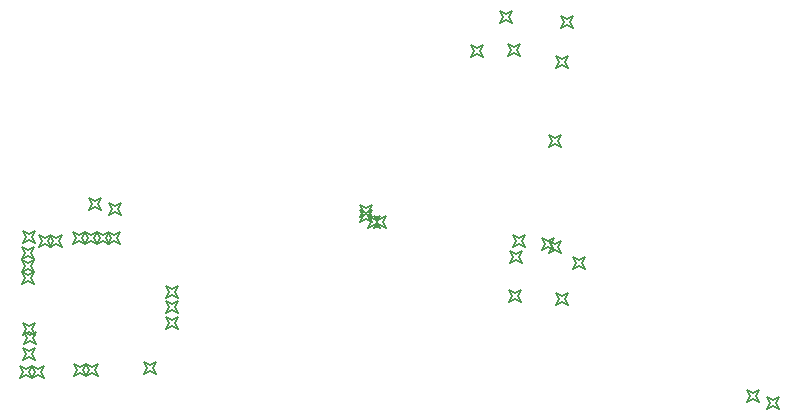
<source format=gbr>
%TF.GenerationSoftware,Altium Limited,Altium Designer,22.6.1 (34)*%
G04 Layer_Color=2752767*
%FSLAX45Y45*%
%MOMM*%
%TF.SameCoordinates,07F994AE-BB1C-4BEA-A643-928B9DFDCC76*%
%TF.FilePolarity,Positive*%
%TF.FileFunction,Drawing*%
%TF.Part,Single*%
G01*
G75*
%TA.AperFunction,NonConductor*%
%ADD191C,0.12700*%
D191*
X4076700Y2373575D02*
X4102100Y2424375D01*
X4076700Y2475175D01*
X4127500Y2449775D01*
X4178300Y2475175D01*
X4152900Y2424375D01*
X4178300Y2373575D01*
X4127500Y2398975D01*
X4076700Y2373575D01*
X4027950D02*
X4053350Y2424375D01*
X4027950Y2475175D01*
X4078750Y2449775D01*
X4129550Y2475175D01*
X4104150Y2424375D01*
X4129550Y2373575D01*
X4078750Y2398975D01*
X4027950Y2373575D01*
X3962950Y2422325D02*
X3988350Y2473125D01*
X3962950Y2523925D01*
X4013750Y2498525D01*
X4064550Y2523925D01*
X4039150Y2473125D01*
X4064550Y2422325D01*
X4013750Y2447725D01*
X3962950Y2422325D01*
Y2462950D02*
X3988350Y2513750D01*
X3962950Y2564550D01*
X4013750Y2539150D01*
X4064550Y2564550D01*
X4039150Y2513750D01*
X4064550Y2462950D01*
X4013750Y2488350D01*
X3962950Y2462950D01*
X5759200Y2029200D02*
X5784600Y2080000D01*
X5759200Y2130800D01*
X5810000Y2105400D01*
X5860800Y2130800D01*
X5835400Y2080000D01*
X5860800Y2029200D01*
X5810000Y2054600D01*
X5759200Y2029200D01*
X1109200Y1254200D02*
X1134600Y1305000D01*
X1109200Y1355800D01*
X1160000Y1330400D01*
X1210800Y1355800D01*
X1185400Y1305000D01*
X1210800Y1254200D01*
X1160000Y1279600D01*
X1109200Y1254200D01*
X1114200Y1394200D02*
X1139600Y1445000D01*
X1114200Y1495800D01*
X1165000Y1470400D01*
X1215800Y1495800D01*
X1190400Y1445000D01*
X1215800Y1394200D01*
X1165000Y1419600D01*
X1114200Y1394200D01*
X1179200Y1099200D02*
X1204600Y1150000D01*
X1179200Y1200800D01*
X1230000Y1175400D01*
X1280800Y1200800D01*
X1255400Y1150000D01*
X1280800Y1099200D01*
X1230000Y1124600D01*
X1179200Y1099200D01*
X1079200D02*
X1104600Y1150000D01*
X1079200Y1200800D01*
X1130000Y1175400D01*
X1180800Y1200800D01*
X1155400Y1150000D01*
X1180800Y1099200D01*
X1130000Y1124600D01*
X1079200Y1099200D01*
X1834200Y2484200D02*
X1859600Y2535000D01*
X1834200Y2585800D01*
X1885000Y2560400D01*
X1935800Y2585800D01*
X1910400Y2535000D01*
X1935800Y2484200D01*
X1885000Y2509600D01*
X1834200Y2484200D01*
X1669200Y2524200D02*
X1694600Y2575000D01*
X1669200Y2625800D01*
X1720000Y2600400D01*
X1770800Y2625800D01*
X1745400Y2575000D01*
X1770800Y2524200D01*
X1720000Y2549600D01*
X1669200Y2524200D01*
X5619200Y1719200D02*
X5644600Y1770000D01*
X5619200Y1820800D01*
X5670000Y1795400D01*
X5720800Y1820800D01*
X5695400Y1770000D01*
X5720800Y1719200D01*
X5670000Y1744600D01*
X5619200Y1719200D01*
X5499200Y2189200D02*
X5524600Y2240000D01*
X5499200Y2290800D01*
X5550000Y2265400D01*
X5600800Y2290800D01*
X5575400Y2240000D01*
X5600800Y2189200D01*
X5550000Y2214600D01*
X5499200Y2189200D01*
X5556999Y2156999D02*
X5582399Y2207799D01*
X5556999Y2258599D01*
X5607799Y2233199D01*
X5658599Y2258599D01*
X5633199Y2207799D01*
X5658599Y2156999D01*
X5607799Y2182399D01*
X5556999Y2156999D01*
X7239200Y899200D02*
X7264600Y950000D01*
X7239200Y1000800D01*
X7290000Y975400D01*
X7340800Y1000800D01*
X7315400Y950000D01*
X7340800Y899200D01*
X7290000Y924600D01*
X7239200Y899200D01*
X7407813Y837813D02*
X7433213Y888613D01*
X7407813Y939413D01*
X7458613Y914013D01*
X7509413Y939413D01*
X7484013Y888613D01*
X7509413Y837813D01*
X7458613Y863213D01*
X7407813Y837813D01*
X5259200Y2209200D02*
X5284600Y2260000D01*
X5259200Y2310800D01*
X5310000Y2285400D01*
X5360800Y2310800D01*
X5335400Y2260000D01*
X5360800Y2209200D01*
X5310000Y2234600D01*
X5259200Y2209200D01*
X5229200Y2079200D02*
X5254600Y2130000D01*
X5229200Y2180800D01*
X5280000Y2155400D01*
X5330800Y2180800D01*
X5305400Y2130000D01*
X5330800Y2079200D01*
X5280000Y2104600D01*
X5229200Y2079200D01*
X5219200Y1749200D02*
X5244600Y1800000D01*
X5219200Y1850800D01*
X5270000Y1825400D01*
X5320800Y1850800D01*
X5295400Y1800000D01*
X5320800Y1749200D01*
X5270000Y1774600D01*
X5219200Y1749200D01*
X5659678Y4065450D02*
X5685078Y4116250D01*
X5659678Y4167050D01*
X5710478Y4141650D01*
X5761278Y4167050D01*
X5735878Y4116250D01*
X5761278Y4065450D01*
X5710478Y4090850D01*
X5659678Y4065450D01*
X5619200Y3729200D02*
X5644600Y3780000D01*
X5619200Y3830800D01*
X5670000Y3805400D01*
X5720800Y3830800D01*
X5695400Y3780000D01*
X5720800Y3729200D01*
X5670000Y3754600D01*
X5619200Y3729200D01*
X1109200Y1464200D02*
X1134600Y1515000D01*
X1109200Y1565800D01*
X1160000Y1540400D01*
X1210800Y1565800D01*
X1185400Y1515000D01*
X1210800Y1464200D01*
X1160000Y1489600D01*
X1109200Y1464200D01*
X1639200Y1119200D02*
X1664600Y1170000D01*
X1639200Y1220800D01*
X1690000Y1195400D01*
X1740800Y1220800D01*
X1715400Y1170000D01*
X1740800Y1119200D01*
X1690000Y1144600D01*
X1639200Y1119200D01*
X1539200D02*
X1564600Y1170000D01*
X1539200Y1220800D01*
X1590000Y1195400D01*
X1640800Y1220800D01*
X1615400Y1170000D01*
X1640800Y1119200D01*
X1590000Y1144600D01*
X1539200Y1119200D01*
X1239200Y2214200D02*
X1264600Y2265000D01*
X1239200Y2315800D01*
X1290000Y2290400D01*
X1340800Y2315800D01*
X1315400Y2265000D01*
X1340800Y2214200D01*
X1290000Y2239600D01*
X1239200Y2214200D01*
X1339200D02*
X1364600Y2265000D01*
X1339200Y2315800D01*
X1390000Y2290400D01*
X1440800Y2315800D01*
X1415400Y2265000D01*
X1440800Y2214200D01*
X1390000Y2239600D01*
X1339200Y2214200D01*
X1094200Y2109200D02*
X1119600Y2160000D01*
X1094200Y2210800D01*
X1145000Y2185400D01*
X1195800Y2210800D01*
X1170400Y2160000D01*
X1195800Y2109200D01*
X1145000Y2134600D01*
X1094200Y2109200D01*
Y1999200D02*
X1119600Y2050000D01*
X1094200Y2100800D01*
X1145000Y2075400D01*
X1195800Y2100800D01*
X1170400Y2050000D01*
X1195800Y1999200D01*
X1145000Y2024600D01*
X1094200Y1999200D01*
Y1899200D02*
X1119600Y1950000D01*
X1094200Y2000800D01*
X1145000Y1975400D01*
X1195800Y2000800D01*
X1170400Y1950000D01*
X1195800Y1899200D01*
X1145000Y1924600D01*
X1094200Y1899200D01*
X1109200Y2244200D02*
X1134600Y2295000D01*
X1109200Y2345800D01*
X1160000Y2320400D01*
X1210800Y2345800D01*
X1185400Y2295000D01*
X1210800Y2244200D01*
X1160000Y2269600D01*
X1109200Y2244200D01*
X5149200Y4109200D02*
X5174600Y4160000D01*
X5149200Y4210800D01*
X5200000Y4185400D01*
X5250800Y4210800D01*
X5225400Y4160000D01*
X5250800Y4109200D01*
X5200000Y4134600D01*
X5149200Y4109200D01*
X2319200Y1779200D02*
X2344600Y1830000D01*
X2319200Y1880800D01*
X2370000Y1855400D01*
X2420800Y1880800D01*
X2395400Y1830000D01*
X2420800Y1779200D01*
X2370000Y1804600D01*
X2319200Y1779200D01*
Y1649200D02*
X2344600Y1700000D01*
X2319200Y1750800D01*
X2370000Y1725400D01*
X2420800Y1750800D01*
X2395400Y1700000D01*
X2420800Y1649200D01*
X2370000Y1674600D01*
X2319200Y1649200D01*
Y1519200D02*
X2344600Y1570000D01*
X2319200Y1620800D01*
X2370000Y1595400D01*
X2420800Y1620800D01*
X2395400Y1570000D01*
X2420800Y1519200D01*
X2370000Y1544600D01*
X2319200Y1519200D01*
X4899200Y3819200D02*
X4924600Y3870000D01*
X4899200Y3920800D01*
X4950000Y3895400D01*
X5000800Y3920800D01*
X4975400Y3870000D01*
X5000800Y3819200D01*
X4950000Y3844600D01*
X4899200Y3819200D01*
X1829200Y2239200D02*
X1854600Y2290000D01*
X1829200Y2340800D01*
X1880000Y2315400D01*
X1930800Y2340800D01*
X1905400Y2290000D01*
X1930800Y2239200D01*
X1880000Y2264600D01*
X1829200Y2239200D01*
X2129200Y1139200D02*
X2154600Y1190000D01*
X2129200Y1240800D01*
X2180000Y1215400D01*
X2230800Y1240800D01*
X2205400Y1190000D01*
X2230800Y1139200D01*
X2180000Y1164600D01*
X2129200Y1139200D01*
X5559200Y3059200D02*
X5584600Y3110000D01*
X5559200Y3160800D01*
X5610000Y3135400D01*
X5660800Y3160800D01*
X5635400Y3110000D01*
X5660800Y3059200D01*
X5610000Y3084600D01*
X5559200Y3059200D01*
X5209200Y3829200D02*
X5234600Y3880000D01*
X5209200Y3930800D01*
X5260000Y3905400D01*
X5310800Y3930800D01*
X5285400Y3880000D01*
X5310800Y3829200D01*
X5260000Y3854600D01*
X5209200Y3829200D01*
X1729199Y2234200D02*
X1754599Y2285000D01*
X1729199Y2335800D01*
X1779999Y2310400D01*
X1830799Y2335800D01*
X1805399Y2285000D01*
X1830799Y2234200D01*
X1779999Y2259600D01*
X1729199Y2234200D01*
X1629199D02*
X1654599Y2285000D01*
X1629199Y2335800D01*
X1679999Y2310400D01*
X1730799Y2335800D01*
X1705399Y2285000D01*
X1730799Y2234200D01*
X1679999Y2259600D01*
X1629199Y2234200D01*
X1529199D02*
X1554599Y2285000D01*
X1529199Y2335800D01*
X1579999Y2310400D01*
X1630799Y2335800D01*
X1605399Y2285000D01*
X1630799Y2234200D01*
X1579999Y2259600D01*
X1529199Y2234200D01*
%TF.MD5,563f1eaffa6b0ba1572926a349dbef0e*%
M02*

</source>
